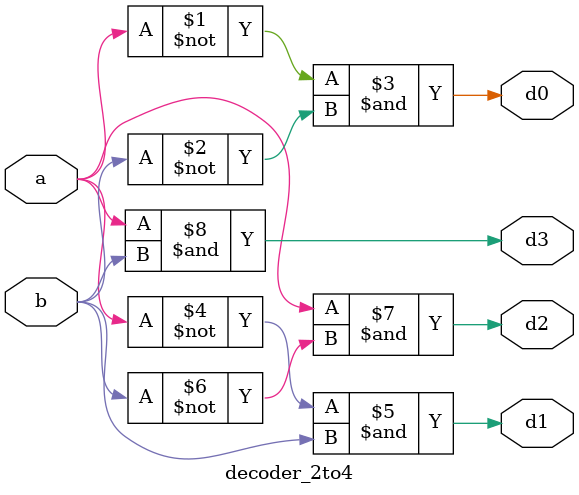
<source format=v>
`timescale 1ns / 1ps


module decoder_2to4(
    input a, b,
    output d0, d1, d2, d3
    );

//AND
assign d0 = ~a & ~b;
assign d1 = ~a & b;
assign d2 = a & ~b;
assign d3 = a & b;

//NAND
/*
assign d0 = ~(~a & ~b);
assign d1 = ~(~a & b);
assign d2 = ~(a & ~b);
assign d3 = ~(a & b);
*/
endmodule


</source>
